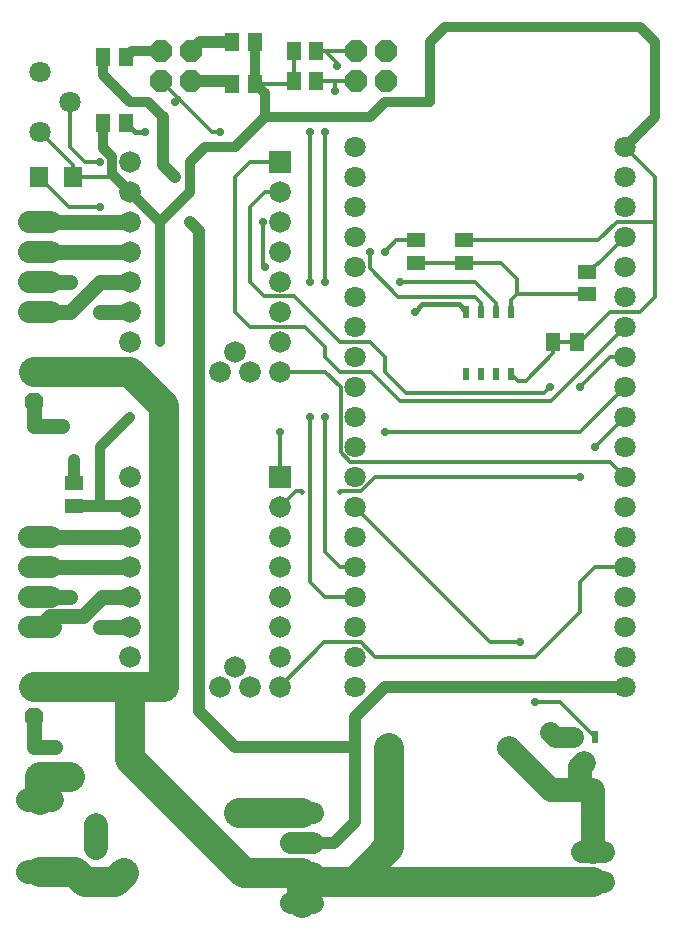
<source format=gtl>
G04 EAGLE Gerber RS-274X export*
G75*
%MOMM*%
%FSLAX34Y34*%
%LPD*%
%INTop Copper*%
%IPPOS*%
%AMOC8*
5,1,8,0,0,1.08239X$1,22.5*%
G01*
%ADD10C,2.000000*%
%ADD11P,1.732040X8X292.500000*%
%ADD12C,1.600200*%
%ADD13R,1.300000X1.500000*%
%ADD14R,1.500000X1.300000*%
%ADD15C,2.011681*%
%ADD16R,1.600000X1.803000*%
%ADD17P,1.979475X8X22.500000*%
%ADD18C,1.828800*%
%ADD19R,0.600000X1.050000*%
%ADD20C,1.800000*%
%ADD21R,0.500000X1.100000*%
%ADD22C,1.828800*%
%ADD23R,1.828800X1.828800*%
%ADD24R,1.300000X1.600000*%
%ADD25C,0.304800*%
%ADD26C,0.702400*%
%ADD27C,2.540000*%
%ADD28C,1.270000*%
%ADD29C,1.016000*%
%ADD30C,1.778000*%
%ADD31C,0.406400*%
%ADD32C,2.032000*%
%ADD33C,0.812800*%
%ADD34C,0.502400*%


D10*
X60800Y132600D02*
X40800Y132600D01*
X40800Y71600D02*
X60800Y71600D01*
X98800Y91600D02*
X98800Y111600D01*
D11*
X45720Y469900D03*
D12*
X45720Y495300D03*
D11*
X45720Y203200D03*
D12*
X45720Y228600D03*
D13*
X233020Y739140D03*
X214020Y739140D03*
X233020Y774700D03*
X214020Y774700D03*
D14*
X80010Y381660D03*
X80010Y400660D03*
D15*
X121920Y71120D03*
X223520Y71120D03*
X448310Y176530D03*
X346710Y176530D03*
D16*
X78990Y660400D03*
X50550Y660400D03*
D17*
X318770Y741680D03*
X318770Y767080D03*
X344170Y741680D03*
X344170Y767080D03*
D18*
X282194Y45720D02*
X263906Y45720D01*
X263906Y71120D02*
X282194Y71120D01*
X282194Y96520D02*
X263906Y96520D01*
X263906Y121920D02*
X282194Y121920D01*
D19*
X521310Y186260D03*
X502310Y186260D03*
X511810Y164260D03*
D20*
X50800Y749300D03*
X76200Y723900D03*
X50800Y698500D03*
D13*
X123800Y706120D03*
X104800Y706120D03*
X123800Y762000D03*
X104800Y762000D03*
D14*
X369570Y587400D03*
X369570Y606400D03*
X514350Y560730D03*
X514350Y579730D03*
D13*
X285090Y741680D03*
X266090Y741680D03*
X285090Y767080D03*
X266090Y767080D03*
D14*
X410210Y587400D03*
X410210Y606400D03*
D20*
X546100Y685800D03*
X546100Y660400D03*
X546100Y635000D03*
X546100Y609600D03*
X546100Y584200D03*
X546100Y558800D03*
X546100Y533400D03*
X546100Y508000D03*
X546100Y482600D03*
X546100Y457200D03*
X546100Y431800D03*
X546100Y406400D03*
X546100Y381000D03*
X546100Y355600D03*
X546100Y330200D03*
X546100Y304800D03*
X546100Y279400D03*
X546100Y254000D03*
X546100Y228600D03*
X317500Y228600D03*
X317500Y254000D03*
X317500Y279400D03*
X317500Y304800D03*
X317500Y330200D03*
X317500Y355600D03*
X317500Y381000D03*
X317500Y406400D03*
X317500Y431800D03*
X317500Y457200D03*
X317500Y482600D03*
X317500Y508000D03*
X317500Y533400D03*
X317500Y558800D03*
X317500Y584200D03*
X317500Y609600D03*
X317500Y635000D03*
X317500Y660400D03*
X317500Y685800D03*
D21*
X450230Y545950D03*
X437530Y545950D03*
X424830Y545950D03*
X412130Y545950D03*
X412130Y493550D03*
X424830Y493550D03*
X437530Y493550D03*
X450230Y493550D03*
D22*
X215900Y511810D03*
X203200Y495300D03*
X228600Y495300D03*
D23*
X254000Y673100D03*
D22*
X254000Y647700D03*
X254000Y622300D03*
X254000Y596900D03*
X254000Y571500D03*
X254000Y546100D03*
X254000Y520700D03*
X254000Y495300D03*
D23*
X127000Y495300D03*
D22*
X127000Y520700D03*
X127000Y546100D03*
X127000Y571500D03*
X127000Y596900D03*
X127000Y622300D03*
X127000Y647700D03*
X127000Y673100D03*
X215900Y245110D03*
X203200Y228600D03*
X228600Y228600D03*
D23*
X254000Y406400D03*
D22*
X254000Y381000D03*
X254000Y355600D03*
X254000Y330200D03*
X254000Y304800D03*
X254000Y279400D03*
X254000Y254000D03*
X254000Y228600D03*
D23*
X127000Y228600D03*
D22*
X127000Y254000D03*
X127000Y279400D03*
X127000Y304800D03*
X127000Y330200D03*
X127000Y355600D03*
X127000Y381000D03*
X127000Y406400D03*
D18*
X59944Y546100D02*
X41656Y546100D01*
X41656Y571500D02*
X59944Y571500D01*
X59944Y596900D02*
X41656Y596900D01*
X41656Y622300D02*
X59944Y622300D01*
X59944Y279400D02*
X41656Y279400D01*
X41656Y304800D02*
X59944Y304800D01*
X59944Y330200D02*
X41656Y330200D01*
X41656Y355600D02*
X59944Y355600D01*
D17*
X153670Y741680D03*
X153670Y767080D03*
X179070Y741680D03*
X179070Y767080D03*
D18*
X510286Y63500D02*
X528574Y63500D01*
X528574Y88900D02*
X510286Y88900D01*
D24*
X485300Y520700D03*
X505300Y520700D03*
D25*
X254000Y673100D02*
X228600Y673100D01*
X215900Y660400D01*
X215900Y546100D02*
X228600Y533400D01*
X355600Y470662D02*
X483362Y470662D01*
X546100Y533400D01*
X215900Y546100D02*
X215900Y660400D01*
X228600Y533400D02*
X275217Y533400D01*
X292100Y516517D01*
X292100Y508000D01*
X304800Y495300D01*
X330962Y495300D02*
X355600Y470662D01*
X330962Y495300D02*
X304800Y495300D01*
X254000Y647700D02*
X241300Y647700D01*
X228600Y635000D01*
X228600Y571500D01*
X240792Y559308D01*
X266192Y559308D01*
X304800Y520700D01*
X330200Y520700D01*
X342900Y508000D01*
X342900Y495300D01*
X360680Y477520D01*
X477520Y477520D02*
X482600Y482600D01*
X477520Y477520D02*
X360680Y477520D01*
D26*
X482600Y482600D03*
X508000Y482600D03*
D25*
X533400Y508000D01*
X546100Y508000D01*
D27*
X273050Y121920D02*
X247650Y121920D01*
D26*
X219710Y121920D03*
D27*
X233680Y121920D02*
X247650Y121920D01*
X233680Y121920D02*
X219710Y121920D01*
D26*
X233680Y121920D03*
X247650Y121920D03*
D27*
X50800Y132600D02*
X50800Y152400D01*
X63500Y152400D01*
D26*
X76200Y152400D03*
D27*
X63500Y152400D01*
D26*
X63500Y152400D03*
X50800Y152400D03*
D28*
X45720Y177800D02*
X45720Y203200D01*
X45720Y177800D02*
X50800Y177800D01*
D26*
X63500Y177800D03*
D28*
X50800Y177800D01*
D26*
X50800Y177800D03*
D28*
X45720Y449580D02*
X45720Y469900D01*
X45720Y449580D02*
X57150Y449580D01*
D26*
X69850Y449580D03*
D28*
X57150Y449580D01*
D26*
X57150Y449580D03*
D29*
X80010Y420370D02*
X80010Y400660D01*
D26*
X80010Y420370D03*
D30*
X482600Y190500D02*
X486840Y186260D01*
X502310Y186260D01*
D26*
X482600Y190500D03*
D29*
X179070Y767080D02*
X186690Y774700D01*
X214020Y774700D01*
X211480Y741680D02*
X179070Y741680D01*
X211480Y741680D02*
X214020Y739140D01*
D31*
X374500Y552300D02*
X368300Y546100D01*
X405780Y552300D02*
X412130Y545950D01*
X405780Y552300D02*
X374500Y552300D01*
D26*
X368300Y546100D03*
D27*
X127000Y167640D02*
X223520Y71120D01*
X127000Y167640D02*
X127000Y228600D01*
X45720Y228600D01*
X127000Y228600D02*
X156210Y228600D01*
X156210Y466090D01*
X127000Y495300D01*
X45720Y495300D01*
X317500Y63500D02*
X519430Y63500D01*
X273050Y71120D02*
X223520Y71120D01*
X273050Y71120D02*
X273050Y45720D01*
X280670Y63500D02*
X273050Y71120D01*
X280670Y63500D02*
X317500Y63500D01*
X346710Y92710D02*
X346710Y176530D01*
X346710Y92710D02*
X317500Y63500D01*
D32*
X519430Y88900D02*
X519430Y140970D01*
X483870Y140970D02*
X448310Y176530D01*
X483870Y140970D02*
X508000Y140970D01*
X519430Y140970D01*
X508000Y140970D02*
X508000Y160450D01*
X511810Y164260D01*
D25*
X521310Y186260D02*
X491670Y215900D01*
X469900Y215900D01*
D26*
X469900Y215900D03*
X457200Y266700D03*
D25*
X431800Y266700D01*
X317500Y381000D01*
D29*
X342900Y228600D02*
X546100Y228600D01*
X342900Y228600D02*
X317500Y203200D01*
X317500Y114300D02*
X299720Y96520D01*
X273050Y96520D01*
X317500Y177800D02*
X317500Y203200D01*
X317500Y177800D02*
X317500Y114300D01*
X317500Y177800D02*
X215900Y177800D01*
X185420Y614680D02*
X177800Y622300D01*
D26*
X177800Y622300D03*
X165100Y660400D03*
D29*
X155600Y669900D01*
X155600Y711200D01*
X185420Y208280D02*
X215900Y177800D01*
X185420Y208280D02*
X185420Y614680D01*
D33*
X104800Y746100D02*
X104800Y762000D01*
X142900Y723900D02*
X155600Y711200D01*
X127000Y723900D02*
X104800Y746100D01*
X127000Y723900D02*
X142900Y723900D01*
X123800Y762000D02*
X128880Y767080D01*
X153670Y767080D01*
D25*
X153670Y741680D02*
X168275Y727075D01*
X196850Y698500D01*
X203200Y698500D01*
D26*
X203200Y698500D03*
X330200Y596900D03*
D25*
X330200Y583060D02*
X354460Y558800D01*
X330200Y583060D02*
X330200Y596900D01*
X354460Y558800D02*
X419100Y558800D01*
D31*
X131420Y698500D02*
X123800Y706120D01*
X131420Y698500D02*
X139700Y698500D01*
D26*
X139700Y698500D03*
X165100Y723900D03*
D31*
X168275Y727075D01*
D25*
X419100Y558800D02*
X424830Y553070D01*
X424830Y545950D01*
D29*
X101600Y381660D02*
X80010Y381660D01*
X101600Y381660D02*
X126340Y381660D01*
X127000Y381000D01*
D33*
X101600Y381660D02*
X101600Y431800D01*
X127000Y457200D01*
D26*
X127000Y457200D03*
X152400Y520700D03*
D33*
X152400Y622300D01*
X127000Y647700D01*
D25*
X546100Y685800D02*
X571500Y660400D01*
X571500Y622300D01*
X571500Y558800D01*
X558800Y546100D01*
X533400Y546100D01*
X539750Y622300D02*
X571500Y622300D01*
X539750Y622300D02*
X523850Y606400D01*
D33*
X127000Y647700D02*
X111970Y662730D01*
D25*
X78990Y670310D02*
X50800Y698500D01*
X266090Y741680D02*
X266090Y767080D01*
D33*
X177800Y647700D02*
X152400Y622300D01*
X177800Y647700D02*
X177800Y673100D01*
X190500Y685800D01*
X215900Y685800D01*
X104800Y684565D02*
X104800Y706120D01*
X111970Y677395D02*
X111970Y662730D01*
X111970Y677395D02*
X104800Y684565D01*
X263550Y739140D02*
X266090Y741680D01*
D25*
X450230Y493550D02*
X456100Y487680D01*
X462280Y487680D01*
X485300Y510700D01*
X485300Y520700D01*
X505300Y520700D02*
X508000Y520700D01*
X533400Y546100D01*
D33*
X241300Y711200D02*
X215900Y685800D01*
X241300Y711200D02*
X330200Y711200D01*
X342900Y723900D01*
X381000Y723900D01*
X381000Y774700D01*
X393700Y787400D01*
X558800Y787400D01*
X571500Y774700D01*
X571500Y711200D01*
X546100Y685800D01*
X241300Y730860D02*
X233020Y739140D01*
X241300Y730860D02*
X241300Y711200D01*
D25*
X233020Y739140D02*
X263550Y739140D01*
D33*
X233020Y739140D02*
X233020Y774700D01*
D25*
X410210Y606400D02*
X523850Y606400D01*
X109640Y660400D02*
X78990Y660400D01*
X109640Y660400D02*
X111970Y662730D01*
X78990Y660400D02*
X78990Y670310D01*
X485300Y520700D02*
X505300Y520700D01*
X369570Y606400D02*
X352400Y606400D01*
X342900Y596900D01*
D26*
X342900Y596900D03*
X101600Y635000D03*
D25*
X75950Y635000D02*
X50550Y660400D01*
X75950Y635000D02*
X101600Y635000D01*
X524815Y588315D02*
X546100Y609600D01*
X524815Y588315D02*
X514350Y579730D01*
X254000Y444500D02*
X254000Y406400D01*
D26*
X254000Y444500D03*
X342900Y444500D03*
D25*
X508000Y444500D01*
X546100Y482600D01*
D26*
X508000Y406400D03*
D25*
X334383Y406400D01*
X322445Y394462D01*
X267462Y394462D02*
X254000Y381000D01*
D26*
X520700Y431800D03*
D25*
X546100Y457200D01*
X271808Y394462D02*
X267462Y394462D01*
X271808Y394462D02*
X272570Y393700D01*
D34*
X272570Y393700D03*
X304800Y393700D03*
D25*
X305562Y394462D01*
X322445Y394462D01*
X533400Y419100D02*
X546100Y406400D01*
X305562Y426855D02*
X305562Y481838D01*
X292100Y495300D01*
X254000Y495300D01*
X305562Y426855D02*
X313317Y419100D01*
X533400Y419100D01*
D27*
X80800Y71600D02*
X50800Y71600D01*
X80800Y71600D02*
X88900Y63500D01*
X114300Y63500D01*
X121920Y71120D01*
D26*
X292100Y698500D03*
D25*
X292100Y571500D01*
D26*
X292100Y571500D03*
X292100Y457200D03*
D25*
X292100Y342900D02*
X304800Y330200D01*
X317500Y330200D01*
X300990Y741680D02*
X285090Y741680D01*
X300990Y741680D02*
X318770Y741680D01*
D26*
X300990Y732790D03*
D25*
X300990Y741680D01*
X292100Y457200D02*
X292100Y342900D01*
D26*
X279400Y698500D03*
D25*
X279400Y571500D01*
D26*
X279400Y571500D03*
X279400Y457200D03*
D25*
X279400Y317500D02*
X292100Y304800D01*
X317500Y304800D01*
X292100Y767080D02*
X285090Y767080D01*
X292100Y767080D02*
X318770Y767080D01*
D26*
X302260Y754380D03*
D25*
X302260Y756920D01*
X292100Y767080D01*
X279400Y457200D02*
X279400Y317500D01*
X322445Y265938D02*
X334383Y254000D01*
X291338Y265938D02*
X254000Y228600D01*
X291338Y265938D02*
X322445Y265938D01*
X508000Y317500D02*
X520700Y330200D01*
X546100Y330200D01*
X508000Y292100D02*
X469900Y254000D01*
X508000Y292100D02*
X508000Y317500D01*
X469900Y254000D02*
X334383Y254000D01*
X76200Y685800D02*
X76200Y723900D01*
X76200Y685800D02*
X88900Y673100D01*
X101600Y673100D01*
D26*
X101600Y673100D03*
X240074Y622300D03*
D25*
X240074Y585426D01*
X241300Y584200D01*
D26*
X241300Y584200D03*
X355600Y571500D03*
D25*
X419100Y571500D01*
X437530Y553070D02*
X437530Y545950D01*
X437530Y553070D02*
X419100Y571500D01*
D28*
X76200Y546100D02*
X50800Y546100D01*
X76200Y546100D02*
X101600Y571500D01*
X127000Y571500D01*
X76200Y571500D02*
X50800Y571500D01*
D26*
X76200Y571500D03*
X101600Y546100D03*
D28*
X127000Y546100D01*
X127000Y596900D02*
X50800Y596900D01*
X50800Y622300D02*
X127000Y622300D01*
X59436Y288036D02*
X50800Y279400D01*
X103936Y304800D02*
X127000Y304800D01*
X87172Y288036D02*
X59436Y288036D01*
X87172Y288036D02*
X103936Y304800D01*
X76200Y304800D02*
X50800Y304800D01*
D26*
X76200Y304800D03*
X101600Y279400D03*
D28*
X127000Y279400D01*
X127000Y330200D02*
X50800Y330200D01*
D25*
X450230Y545950D02*
X450230Y555640D01*
X410210Y587400D02*
X369570Y587400D01*
X450230Y555640D02*
X455320Y560730D01*
X514350Y560730D01*
X441300Y587400D02*
X410210Y587400D01*
X455320Y573380D02*
X455320Y560730D01*
X455320Y573380D02*
X441300Y587400D01*
D28*
X127000Y355600D02*
X50800Y355600D01*
M02*

</source>
